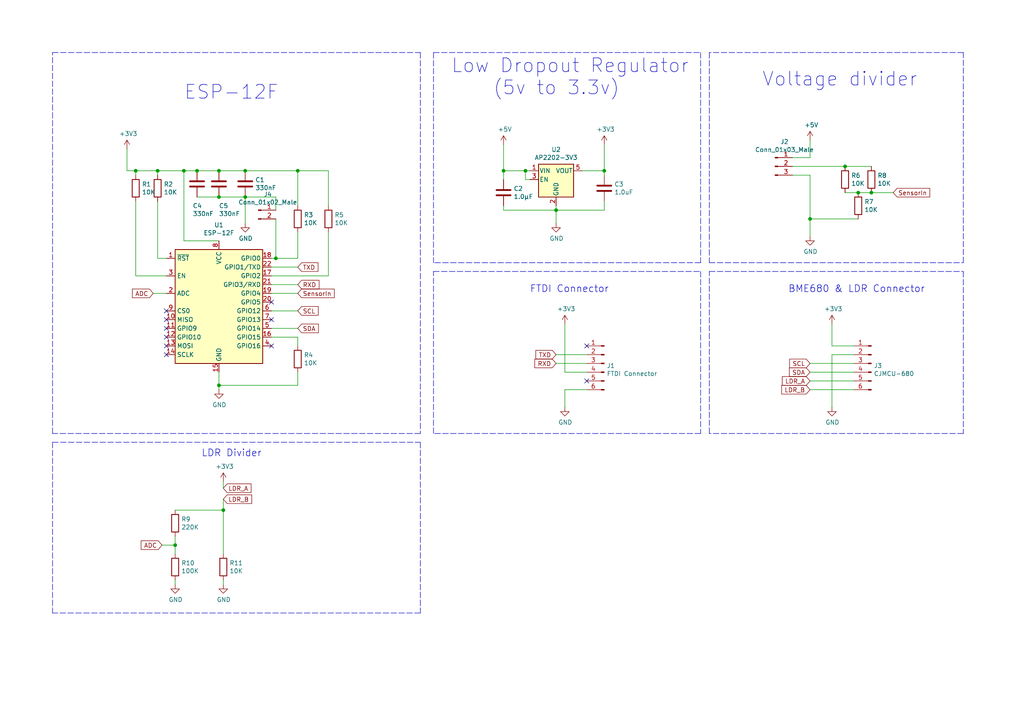
<source format=kicad_sch>
(kicad_sch (version 20211123) (generator eeschema)
  (paper "A4")
  (title_block (title "IKEA Vindriktning Daughterboard") (date "2022-03-05") (rev "v1.0") (comment 1 "Catalin Sanda https://hackaday.io/project/184282-ikea-vindriktning-daughterboard") (comment 2 "and") (comment 3 "Lond https://hackaday.io/project/181195-ikea-vindriktning-pcb") (comment 4 "Design adapted from:"))
  (lib_symbols
    (symbol "Connector:Conn_01x02_Male" (pin_names (offset 1.016) hide)
      (property "Reference" "J" (at 0 2.54 0))
      (property "Value" "Conn_01x02_Male" (at 0 -5.08 0))
      (symbol "Conn_01x02_Male_1_1"
        (polyline (pts (xy 1.27 -2.54) (xy 0.8636 -2.54)) (stroke (width 0.1524)))
        (polyline (pts (xy 1.27 0) (xy 0.8636 0)) (stroke (width 0.1524)))
        (rectangle (start 0.8636 -2.413) (end 0 -2.667) (stroke (width 0.1524)) (fill (type outline)))
        (rectangle (start 0.8636 0.127) (end 0 -0.127) (stroke (width 0.1524)) (fill (type outline)))
        (pin passive line (at 5.08 0 180) (length 3.81) (name "Pin_1") (number "1"))
        (pin passive line (at 5.08 -2.54 180) (length 3.81) (name "Pin_2") (number "2"))
      )
    )
    (symbol "Connector:Conn_01x03_Male" (pin_names (offset 1.016) hide)
      (property "Reference" "J" (at 0 5.08 0))
      (property "Value" "Conn_01x03_Male" (at 0 -5.08 0))
      (symbol "Conn_01x03_Male_1_1"
        (polyline (pts (xy 1.27 -2.54) (xy 0.8636 -2.54)) (stroke (width 0.1524)))
        (polyline (pts (xy 1.27 0) (xy 0.8636 0)) (stroke (width 0.1524)))
        (polyline (pts (xy 1.27 2.54) (xy 0.8636 2.54)) (stroke (width 0.1524)))
        (rectangle (start 0.8636 -2.413) (end 0 -2.667) (stroke (width 0.1524)) (fill (type outline)))
        (rectangle (start 0.8636 0.127) (end 0 -0.127) (stroke (width 0.1524)) (fill (type outline)))
        (rectangle (start 0.8636 2.667) (end 0 2.413) (stroke (width 0.1524)) (fill (type outline)))
        (pin passive line (at 5.08 2.54 180) (length 3.81) (name "Pin_1") (number "1"))
        (pin passive line (at 5.08 0 180) (length 3.81) (name "Pin_2") (number "2"))
        (pin passive line (at 5.08 -2.54 180) (length 3.81) (name "Pin_3") (number "3"))
      )
    )
    (symbol "Connector:Conn_01x06_Male" (pin_names (offset 1.016) hide)
      (property "Reference" "J" (at 0 7.62 0))
      (property "Value" "Conn_01x06_Male" (at 0 -10.16 0))
      (symbol "Conn_01x06_Male_1_1"
        (polyline (pts (xy 1.27 -7.62) (xy 0.8636 -7.62)) (stroke (width 0.1524)))
        (polyline (pts (xy 1.27 -5.08) (xy 0.8636 -5.08)) (stroke (width 0.1524)))
        (polyline (pts (xy 1.27 -2.54) (xy 0.8636 -2.54)) (stroke (width 0.1524)))
        (polyline (pts (xy 1.27 0) (xy 0.8636 0)) (stroke (width 0.1524)))
        (polyline (pts (xy 1.27 2.54) (xy 0.8636 2.54)) (stroke (width 0.1524)))
        (polyline (pts (xy 1.27 5.08) (xy 0.8636 5.08)) (stroke (width 0.1524)))
        (rectangle (start 0.8636 -7.493) (end 0 -7.747) (stroke (width 0.1524)) (fill (type outline)))
        (rectangle (start 0.8636 -4.953) (end 0 -5.207) (stroke (width 0.1524)) (fill (type outline)))
        (rectangle (start 0.8636 -2.413) (end 0 -2.667) (stroke (width 0.1524)) (fill (type outline)))
        (rectangle (start 0.8636 0.127) (end 0 -0.127) (stroke (width 0.1524)) (fill (type outline)))
        (rectangle (start 0.8636 2.667) (end 0 2.413) (stroke (width 0.1524)) (fill (type outline)))
        (rectangle (start 0.8636 5.207) (end 0 4.953) (stroke (width 0.1524)) (fill (type outline)))
        (pin passive line (at 5.08 5.08 180) (length 3.81) (name "Pin_1") (number "1"))
        (pin passive line (at 5.08 2.54 180) (length 3.81) (name "Pin_2") (number "2"))
        (pin passive line (at 5.08 0 180) (length 3.81) (name "Pin_3") (number "3"))
        (pin passive line (at 5.08 -2.54 180) (length 3.81) (name "Pin_4") (number "4"))
        (pin passive line (at 5.08 -5.08 180) (length 3.81) (name "Pin_5") (number "5"))
        (pin passive line (at 5.08 -7.62 180) (length 3.81) (name "Pin_6") (number "6"))
      )
    )
    (symbol "Device:C" (pin_numbers hide) (pin_names (offset 0.254))
      (property "Reference" "C" (at 0.635 2.54 0))
      (property "Value" "C" (at 0.635 -2.54 0))
      (symbol "C_0_1"
        (polyline (pts (xy -2.032 -0.762) (xy 2.032 -0.762)) (stroke (width 0.508)))
        (polyline (pts (xy -2.032 0.762) (xy 2.032 0.762)) (stroke (width 0.508)))
      )
      (symbol "C_1_1"
        (pin passive line (at 0 3.81 270) (length 2.794) (name "~") (number "1"))
        (pin passive line (at 0 -3.81 90) (length 2.794) (name "~") (number "2"))
      )
    )
    (symbol "Device:R" (pin_numbers hide) (pin_names (offset 0))
      (property "Reference" "R" (at 2.032 0 90))
      (property "Value" "R" (at 0 0 90))
      (symbol "R_0_1"
        (rectangle (start -1.016 -2.54) (end 1.016 2.54) (stroke (width 0.254)))
      )
      (symbol "R_1_1"
        (pin passive line (at 0 3.81 270) (length 1.27) (name "~") (number "1"))
        (pin passive line (at 0 -3.81 90) (length 1.27) (name "~") (number "2"))
      )
    )
    (symbol "RF_Module:ESP-12F"
      (property "Reference" "U" (at -12.7 19.05 0))
      (property "Value" "ESP-12F" (at 12.7 19.05 0))
      (symbol "ESP-12F_0_1"
        (rectangle (start -12.7 17.78) (end 12.7 -15.24) (stroke (width 0.254)) (fill (type background)))
      )
      (symbol "ESP-12F_1_1"
        (pin input line (at -15.24 15.24 0) (length 2.54) (name "~{RST}") (number "1"))
        (pin bidirectional line (at -15.24 -2.54 0) (length 2.54) (name "MISO") (number "10"))
        (pin bidirectional line (at -15.24 -5.08 0) (length 2.54) (name "GPIO9") (number "11"))
        (pin bidirectional line (at -15.24 -7.62 0) (length 2.54) (name "GPIO10") (number "12"))
        (pin bidirectional line (at -15.24 -10.16 0) (length 2.54) (name "MOSI") (number "13"))
        (pin bidirectional line (at -15.24 -12.7 0) (length 2.54) (name "SCLK") (number "14"))
        (pin power_in line (at 0 -17.78 90) (length 2.54) (name "GND") (number "15"))
        (pin bidirectional line (at 15.24 -7.62 180) (length 2.54) (name "GPIO15") (number "16"))
        (pin bidirectional line (at 15.24 10.16 180) (length 2.54) (name "GPIO2") (number "17"))
        (pin bidirectional line (at 15.24 15.24 180) (length 2.54) (name "GPIO0") (number "18"))
        (pin bidirectional line (at 15.24 5.08 180) (length 2.54) (name "GPIO4") (number "19"))
        (pin input line (at -15.24 5.08 0) (length 2.54) (name "ADC") (number "2"))
        (pin bidirectional line (at 15.24 2.54 180) (length 2.54) (name "GPIO5") (number "20"))
        (pin bidirectional line (at 15.24 7.62 180) (length 2.54) (name "GPIO3/RXD") (number "21"))
        (pin bidirectional line (at 15.24 12.7 180) (length 2.54) (name "GPIO1/TXD") (number "22"))
        (pin input line (at -15.24 10.16 0) (length 2.54) (name "EN") (number "3"))
        (pin bidirectional line (at 15.24 -10.16 180) (length 2.54) (name "GPIO16") (number "4"))
        (pin bidirectional line (at 15.24 -5.08 180) (length 2.54) (name "GPIO14") (number "5"))
        (pin bidirectional line (at 15.24 0 180) (length 2.54) (name "GPIO12") (number "6"))
        (pin bidirectional line (at 15.24 -2.54 180) (length 2.54) (name "GPIO13") (number "7"))
        (pin power_in line (at 0 20.32 270) (length 2.54) (name "VCC") (number "8"))
        (pin input line (at -15.24 0 0) (length 2.54) (name "CS0") (number "9"))
      )
    )
    (symbol "Regulator_Linear:AP2204K-3.3" (pin_names (offset 0.254))
      (property "Reference" "U" (at -5.08 5.715 0))
      (property "Value" "AP2204K-3.3" (at 0 5.715 0))
      (symbol "AP2204K-3.3_0_1"
        (rectangle (start -5.08 4.445) (end 5.08 -5.08) (stroke (width 0.254)) (fill (type background)))
      )
      (symbol "AP2204K-3.3_1_1"
        (pin power_in line (at -7.62 2.54 0) (length 2.54) (name "VIN") (number "1"))
        (pin power_in line (at 0 -7.62 90) (length 2.54) (name "GND") (number "2"))
        (pin input line (at -7.62 0 0) (length 2.54) (name "EN") (number "3"))
        (pin no_connect line (at 5.08 0 180) (length 2.54) hide (name "NC") (number "4"))
        (pin power_out line (at 7.62 2.54 180) (length 2.54) (name "VOUT") (number "5"))
      )
    )
    (symbol "power:+3.3V" (power) (pin_names (offset 0))
      (property "Value" "+3.3V" (at 0 3.556 0))
      (symbol "+3.3V_0_1"
        (polyline (pts (xy -0.762 1.27) (xy 0 2.54)))
        (polyline (pts (xy 0 0) (xy 0 2.54)))
        (polyline (pts (xy 0 2.54) (xy 0.762 1.27)))
      )
      (symbol "+3.3V_1_1"
        (pin power_in line (at 0 0 90) (length 0) hide (name "+3V3") (number "1"))
      )
    )
    (symbol "power:+3V3" (power) (pin_names (offset 0))
      (property "Value" "+3V3" (at 0 3.556 0))
      (symbol "+3V3_0_1"
        (polyline (pts (xy -0.762 1.27) (xy 0 2.54)))
        (polyline (pts (xy 0 0) (xy 0 2.54)))
        (polyline (pts (xy 0 2.54) (xy 0.762 1.27)))
      )
      (symbol "+3V3_1_1"
        (pin power_in line (at 0 0 90) (length 0) hide (name "+3V3") (number "1"))
      )
    )
    (symbol "power:+5V" (power) (pin_names (offset 0))
      (property "Value" "+5V" (at 0 3.556 0))
      (symbol "+5V_0_1"
        (polyline (pts (xy -0.762 1.27) (xy 0 2.54)))
        (polyline (pts (xy 0 0) (xy 0 2.54)))
        (polyline (pts (xy 0 2.54) (xy 0.762 1.27)))
      )
      (symbol "+5V_1_1"
        (pin power_in line (at 0 0 90) (length 0) hide (name "+5V") (number "1"))
      )
    )
    (symbol "power:GND" (power) (pin_names (offset 0))
      (property "Value" "GND" (at 0 -3.81 0))
      (symbol "GND_0_1"
        (polyline (pts (xy 0 0) (xy 0 -1.27) (xy 1.27 -1.27) (xy 0 -2.54) (xy -1.27 -1.27) (xy 0 -1.27)))
      )
      (symbol "GND_1_1"
        (pin power_in line (at 0 0 270) (length 0) hide (name "GND") (number "1"))
      )
    )
  )
  (junction (at 252.73 55.88))
  (junction (at 175.26 49.53))
  (junction (at 234.95 63.5))
  (junction (at 146.05 49.53))
  (junction (at 45.72 49.53))
  (junction (at 80.01 74.93))
  (junction (at 63.5 111.76))
  (junction (at 63.5 57.15))
  (junction (at 64.77 147.955))
  (junction (at 86.36 49.53))
  (junction (at 152.4 49.53))
  (junction (at 39.37 49.53))
  (junction (at 245.11 48.26))
  (junction (at 63.5 49.53))
  (junction (at 57.15 49.53))
  (junction (at 71.12 49.53))
  (junction (at 71.12 57.15))
  (junction (at 248.92 55.88))
  (junction (at 50.8 158.115))
  (junction (at 53.34 49.53))
  (junction (at 161.29 60.96))
  (no_connect (at 48.26 90.17))
  (no_connect (at 78.74 100.33))
  (no_connect (at 48.26 95.25))
  (no_connect (at 170.18 100.33))
  (no_connect (at 48.26 92.71))
  (no_connect (at 48.26 100.33))
  (no_connect (at 48.26 102.87))
  (no_connect (at 78.74 87.63))
  (no_connect (at 170.18 110.49))
  (no_connect (at 78.74 92.71))
  (no_connect (at 48.26 97.79))
  (no_connect (at -50.8 30.48))
  (wire (pts (xy 63.5 111.76) (xy 63.5 113.03)))
  (wire (pts (xy 245.11 48.26) (xy 252.73 48.26)))
  (wire (pts (xy 163.83 113.03) (xy 163.83 118.11)))
  (polyline (pts (xy 279.4 125.73) (xy 205.74 125.73)))
  (wire (pts (xy 39.37 49.53) (xy 45.72 49.53)))
  (wire (pts (xy 78.74 74.93) (xy 80.01 74.93)))
  (polyline (pts (xy 121.92 128.27) (xy 121.92 177.8)))
  (wire (pts (xy 175.26 58.42) (xy 175.26 60.96)))
  (polyline (pts (xy 121.92 177.8) (xy 15.24 177.8)))
  (polyline (pts (xy 279.4 15.24) (xy 205.74 15.24)))
  (polyline (pts (xy 279.4 78.74) (xy 279.4 125.73)))
  (polyline (pts (xy 15.24 128.27) (xy 121.92 128.27)))
  (wire (pts (xy 39.37 50.8) (xy 39.37 49.53)))
  (wire (pts (xy 71.12 57.15) (xy 71.12 64.77)))
  (wire (pts (xy 152.4 49.53) (xy 153.67 49.53)))
  (wire (pts (xy 229.87 50.8) (xy 234.95 50.8)))
  (wire (pts (xy 45.72 74.93) (xy 48.26 74.93)))
  (polyline (pts (xy 121.92 15.24) (xy 121.92 125.73)))
  (wire (pts (xy 229.87 45.72) (xy 234.95 45.72)))
  (wire (pts (xy 234.95 113.03) (xy 247.65 113.03)))
  (wire (pts (xy 146.05 59.69) (xy 146.05 60.96)))
  (wire (pts (xy 44.45 85.09) (xy 48.26 85.09)))
  (wire (pts (xy 53.34 69.85) (xy 63.5 69.85)))
  (wire (pts (xy 78.74 82.55) (xy 86.36 82.55)))
  (wire (pts (xy 36.83 43.18) (xy 36.83 49.53)))
  (polyline (pts (xy 205.74 125.73) (xy 205.74 78.74)))
  (wire (pts (xy 46.99 158.115) (xy 50.8 158.115)))
  (wire (pts (xy 57.15 49.53) (xy 63.5 49.53)))
  (wire (pts (xy 78.74 90.17) (xy 86.36 90.17)))
  (wire (pts (xy 161.29 60.96) (xy 161.29 64.77)))
  (wire (pts (xy 45.72 58.42) (xy 45.72 74.93)))
  (wire (pts (xy 45.72 50.8) (xy 45.72 49.53)))
  (wire (pts (xy 39.37 80.01) (xy 48.26 80.01)))
  (wire (pts (xy 78.74 95.25) (xy 86.36 95.25)))
  (wire (pts (xy 241.3 118.11) (xy 241.3 102.87)))
  (wire (pts (xy 175.26 60.96) (xy 161.29 60.96)))
  (wire (pts (xy 64.77 147.955) (xy 64.77 160.655)))
  (wire (pts (xy 63.5 57.15) (xy 71.12 57.15)))
  (wire (pts (xy 245.11 48.26) (xy 229.87 48.26)))
  (wire (pts (xy 146.05 60.96) (xy 161.29 60.96)))
  (polyline (pts (xy 279.4 76.2) (xy 279.4 15.24)))
  (wire (pts (xy 64.77 168.275) (xy 64.77 169.545)))
  (wire (pts (xy 80.01 57.15) (xy 71.12 57.15)))
  (wire (pts (xy 248.92 55.88) (xy 252.73 55.88)))
  (wire (pts (xy 234.95 110.49) (xy 247.65 110.49)))
  (wire (pts (xy 80.01 63.5) (xy 80.01 74.93)))
  (wire (pts (xy 241.3 100.33) (xy 247.65 100.33)))
  (wire (pts (xy 245.11 55.88) (xy 248.92 55.88)))
  (wire (pts (xy 86.36 49.53) (xy 71.12 49.53)))
  (wire (pts (xy 57.15 57.15) (xy 63.5 57.15)))
  (polyline (pts (xy 15.24 15.24) (xy 121.92 15.24)))
  (wire (pts (xy 234.95 45.72) (xy 234.95 40.64)))
  (polyline (pts (xy 125.73 15.24) (xy 125.73 76.2)))
  (wire (pts (xy 241.3 93.98) (xy 241.3 100.33)))
  (wire (pts (xy 146.05 52.07) (xy 146.05 49.53)))
  (wire (pts (xy 50.8 168.275) (xy 50.8 169.545)))
  (wire (pts (xy 86.36 97.79) (xy 86.36 100.33)))
  (wire (pts (xy 78.74 85.09) (xy 86.36 85.09)))
  (wire (pts (xy 86.36 111.76) (xy 63.5 111.76)))
  (polyline (pts (xy 125.73 125.73) (xy 125.73 78.74)))
  (polyline (pts (xy 15.24 128.27) (xy 15.24 177.8)))
  (wire (pts (xy 78.74 80.01) (xy 95.25 80.01)))
  (wire (pts (xy 248.92 63.5) (xy 234.95 63.5)))
  (wire (pts (xy 175.26 50.8) (xy 175.26 49.53)))
  (wire (pts (xy 36.83 49.53) (xy 39.37 49.53)))
  (wire (pts (xy 39.37 58.42) (xy 39.37 80.01)))
  (wire (pts (xy 95.25 49.53) (xy 86.36 49.53)))
  (wire (pts (xy 78.74 77.47) (xy 86.36 77.47)))
  (wire (pts (xy 234.95 107.95) (xy 247.65 107.95)))
  (wire (pts (xy 50.8 147.955) (xy 64.77 147.955)))
  (wire (pts (xy 163.83 113.03) (xy 170.18 113.03)))
  (polyline (pts (xy 203.2 15.24) (xy 203.2 76.2)))
  (wire (pts (xy 64.77 139.7) (xy 64.77 141.605)))
  (wire (pts (xy 80.01 57.15) (xy 80.01 60.96)))
  (polyline (pts (xy 125.73 78.74) (xy 203.2 78.74)))
  (wire (pts (xy 63.5 107.95) (xy 63.5 111.76)))
  (wire (pts (xy 161.29 59.69) (xy 161.29 60.96)))
  (wire (pts (xy 50.8 158.115) (xy 50.8 160.655)))
  (wire (pts (xy 95.25 59.69) (xy 95.25 49.53)))
  (wire (pts (xy 252.73 55.88) (xy 259.08 55.88)))
  (polyline (pts (xy 121.92 125.73) (xy 15.24 125.73)))
  (wire (pts (xy 234.95 105.41) (xy 247.65 105.41)))
  (polyline (pts (xy 205.74 76.2) (xy 279.4 76.2)))
  (wire (pts (xy 152.4 49.53) (xy 152.4 52.07)))
  (polyline (pts (xy 15.24 125.73) (xy 15.24 15.24)))
  (wire (pts (xy 152.4 52.07) (xy 153.67 52.07)))
  (wire (pts (xy 163.83 107.95) (xy 170.18 107.95)))
  (wire (pts (xy 63.5 49.53) (xy 71.12 49.53)))
  (polyline (pts (xy 203.2 76.2) (xy 125.73 76.2)))
  (wire (pts (xy 163.83 107.95) (xy 163.83 93.98)))
  (wire (pts (xy 241.3 102.87) (xy 247.65 102.87)))
  (wire (pts (xy 161.29 102.87) (xy 170.18 102.87)))
  (wire (pts (xy 53.34 49.53) (xy 57.15 49.53)))
  (wire (pts (xy 86.36 59.69) (xy 86.36 49.53)))
  (wire (pts (xy 234.95 50.8) (xy 234.95 63.5)))
  (wire (pts (xy 175.26 41.91) (xy 175.26 49.53)))
  (wire (pts (xy 234.95 63.5) (xy 234.95 68.58)))
  (wire (pts (xy 78.74 97.79) (xy 86.36 97.79)))
  (wire (pts (xy 53.34 69.85) (xy 53.34 49.53)))
  (wire (pts (xy 175.26 49.53) (xy 168.91 49.53)))
  (wire (pts (xy 45.72 49.53) (xy 53.34 49.53)))
  (wire (pts (xy 146.05 49.53) (xy 152.4 49.53)))
  (polyline (pts (xy 125.73 15.24) (xy 203.2 15.24)))
  (wire (pts (xy 86.36 107.95) (xy 86.36 111.76)))
  (wire (pts (xy 95.25 80.01) (xy 95.25 67.31)))
  (wire (pts (xy 146.05 41.91) (xy 146.05 49.53)))
  (polyline (pts (xy 203.2 78.74) (xy 203.2 125.73)))
  (polyline (pts (xy 203.2 125.73) (xy 125.73 125.73)))
  (polyline (pts (xy 205.74 78.74) (xy 279.4 78.74)))
  (wire (pts (xy 80.01 74.93) (xy 86.36 74.93)))
  (wire (pts (xy 161.29 105.41) (xy 170.18 105.41)))
  (wire (pts (xy 50.8 155.575) (xy 50.8 158.115)))
  (wire (pts (xy 64.77 144.78) (xy 64.77 147.955)))
  (polyline (pts (xy 205.74 15.24) (xy 205.74 76.2)))
  (wire (pts (xy 86.36 74.93) (xy 86.36 67.31)))
  (text "ESP-12F" (at 53.34 29.21 0) (effects (font (size 3.9878 3.9878)) (justify left bottom)))
  (text "Voltage divider" (at 220.98 25.4 0) (effects (font (size 3.9878 3.9878)) (justify left bottom)))
  (text "FTDI Connector" (at 153.67 85.09 0) (effects (font (size 2 2)) (justify left bottom)))
  (text "LDR Divider" (at 58.42 132.715 0) (effects (font (size 2 2)) (justify left bottom)))
  (text "Low Dropout Regulator \n    (5v to 3.3v)" (at 130.81 27.94 0) (effects (font (size 3.9878 3.9878)) (justify left bottom)))
  (text "BME680 & LDR Connector" (at 228.6 85.09 0) (effects (font (size 2 2)) (justify left bottom)))
  (global_label "RXD" (shape input) (at 86.36 82.55 0) (property "Intersheet References" "${INTERSHEET_REFS}" (effects hide)))
  (global_label "SCL" (shape input) (at 234.95 105.41 180) (property "Intersheet References" "${INTERSHEET_REFS}" (effects hide)))
  (global_label "SDA" (shape input) (at 86.36 95.25 0) (property "Intersheet References" "${INTERSHEET_REFS}" (effects hide)))
  (global_label "SCL" (shape input) (at 86.36 90.17 0) (property "Intersheet References" "${INTERSHEET_REFS}" (effects hide)))
  (global_label "LDR_B" (shape input) (at 64.77 144.78 0) (property "Intersheet References" "${INTERSHEET_REFS}" (effects hide)))
  (global_label "LDR_A" (shape input) (at 64.77 141.605 0) (property "Intersheet References" "${INTERSHEET_REFS}" (effects hide)))
  (global_label "SensorIn" (shape input) (at 259.08 55.88 0) (property "Intersheet References" "${INTERSHEET_REFS}" (effects hide)))
  (global_label "LDR_A" (shape input) (at 234.95 110.49 180) (property "Intersheet References" "${INTERSHEET_REFS}" (effects hide)))
  (global_label "ADC" (shape input) (at 44.45 85.09 180) (property "Intersheet References" "${INTERSHEET_REFS}" (effects hide)))
  (global_label "TXD" (shape input) (at 86.36 77.47 0) (property "Intersheet References" "${INTERSHEET_REFS}" (effects hide)))
  (global_label "RXD" (shape input) (at 161.29 105.41 180) (property "Intersheet References" "${INTERSHEET_REFS}" (effects hide)))
  (global_label "ADC" (shape input) (at 46.99 158.115 180) (property "Intersheet References" "${INTERSHEET_REFS}" (effects hide)))
  (global_label "LDR_B" (shape input) (at 234.95 113.03 180) (property "Intersheet References" "${INTERSHEET_REFS}" (effects hide)))
  (global_label "SDA" (shape input) (at 234.95 107.95 180) (property "Intersheet References" "${INTERSHEET_REFS}" (effects hide)))
  (global_label "SensorIn" (shape input) (at 86.36 85.09 0) (property "Intersheet References" "${INTERSHEET_REFS}" (effects hide)))
  (global_label "TXD" (shape input) (at 161.29 102.87 180) (property "Intersheet References" "${INTERSHEET_REFS}" (effects hide)))
  (symbol (lib_id "RF_Module:ESP-12F") (at 63.5 90.17 0) (unit 1)
    (property "Reference" "U1" (at 63.5 65.2526 0))
    (property "Value" "ESP-12F" (at 63.5 67.564 0))
    (property "Footprint" "RF_Module:ESP-12E" (effects hide))
    (property "Datasheet" "http://wiki.ai-thinker.com/_media/esp8266/esp8266_series_modules_user_manual_v1.1.pdf" (effects hide))
    (property "LCSE Part #" "C82891" (effects hide))
  )
  (symbol (lib_id "power:GND") (at 63.5 113.03 0) (unit 1)
    (property "Reference" "#PWR0101" (effects hide))
    (property "Value" "GND" (at 63.627 117.4242 0))
  )
  (symbol (lib_id "power:+3.3V") (at 36.83 43.18 0) (unit 1)
    (property "Reference" "#PWR0102" (effects hide))
    (property "Value" "+3.3V" (at 37.211 38.7858 0))
  )
  (symbol (lib_id "Device:R") (at 45.72 54.61 0) (unit 1)
    (property "Reference" "R2" (at 47.498 53.4416 0) (effects (justify left)))
    (property "Value" "10K" (at 47.498 55.753 0) (effects (justify left)))
    (property "Footprint" "Resistor_SMD:R_0805_2012Metric" (effects hide))
    (property "LCSE Part #" "C17414" (effects hide))
  )
  (symbol (lib_id "Device:R") (at 39.37 54.61 0) (unit 1)
    (property "Reference" "R1" (at 41.148 53.4416 0) (effects (justify left)))
    (property "Value" "10K" (at 41.148 55.753 0) (effects (justify left)))
    (property "Footprint" "Resistor_SMD:R_0805_2012Metric" (effects hide))
    (property "LCSE Part #" "C17414" (effects hide))
  )
  (symbol (lib_id "Device:C") (at 71.12 53.34 0) (unit 1)
    (property "Reference" "C1" (at 74.041 52.1716 0) (effects (justify left)))
    (property "Value" "330nF" (at 74.041 54.483 0) (effects (justify left)))
    (property "Footprint" "Capacitor_SMD:C_0805_2012Metric_Pad1.18x1.45mm_HandSolder" (effects hide))
    (property "LCSE Part #" "C1775" (effects hide))
  )
  (symbol (lib_id "power:GND") (at 71.12 64.77 0) (unit 1)
    (property "Reference" "#PWR0103" (effects hide))
    (property "Value" "GND" (at 71.247 69.1642 0))
  )
  (symbol (lib_id "Device:R") (at 86.36 104.14 0) (unit 1)
    (property "Reference" "R4" (at 88.138 102.9716 0) (effects (justify left)))
    (property "Value" "10K" (at 88.138 105.283 0) (effects (justify left)))
    (property "Footprint" "Resistor_SMD:R_0805_2012Metric" (effects hide))
    (property "LCSE Part #" "C17414" (effects hide))
  )
  (symbol (lib_id "Device:R") (at 86.36 63.5 0) (unit 1)
    (property "Reference" "R3" (at 88.138 62.3316 0) (effects (justify left)))
    (property "Value" "10K" (at 88.138 64.643 0) (effects (justify left)))
    (property "Footprint" "Resistor_SMD:R_0805_2012Metric" (effects hide))
    (property "LCSE Part #" "C17414" (effects hide))
  )
  (symbol (lib_id "Device:R") (at 95.25 63.5 0) (unit 1)
    (property "Reference" "R5" (at 97.028 62.3316 0) (effects (justify left)))
    (property "Value" "10K" (at 97.028 64.643 0) (effects (justify left)))
    (property "Footprint" "Resistor_SMD:R_0805_2012Metric" (effects hide))
    (property "LCSE Part #" "C17414" (effects hide))
  )
  (symbol (lib_id "Connector:Conn_01x03_Male") (at 224.79 48.26 0) (unit 1)
    (property "Reference" "J2" (at 227.5332 41.1226 0))
    (property "Value" "Conn_01x03_Male" (at 227.5332 43.434 0))
    (property "Footprint" "Connector_Molex:Molex_PicoBlade_53398-0371_1x03-1MP_P1.25mm_Vertical" (effects hide))
    (property "LCSE Part #" "C293633" (effects hide))
  )
  (symbol (lib_id "Connector:Conn_01x06_Male") (at 252.73 105.41 0) (mirror y) (unit 1)
    (property "Reference" "J3" (at 253.4412 106.0704 0) (effects (justify right)))
    (property "Value" "CJMCU-680" (at 253.4412 108.3818 0) (effects (justify right)))
    (property "Footprint" "Connector_Molex:Molex_PicoBlade_53398-0671_1x06-1MP_P1.25mm_Vertical" (effects hide))
    (property "LCSE Part #" "C277393" (effects hide))
  )
  (symbol (lib_id "power:GND") (at 163.83 118.11 0) (unit 1)
    (property "Reference" "#PWR0104" (effects hide))
    (property "Value" "GND" (at 163.957 122.5042 0))
  )
  (symbol (lib_id "Connector:Conn_01x06_Male") (at 175.26 105.41 0) (mirror y) (unit 1)
    (property "Reference" "J1" (at 175.9712 106.0704 0) (effects (justify right)))
    (property "Value" "FTDI Connector" (at 175.9712 108.3818 0) (effects (justify right)))
    (property "Footprint" "Connector_PinHeader_2.54mm:PinHeader_1x06_P2.54mm_Vertical" (effects hide))
  )
  (symbol (lib_id "power:GND") (at 234.95 68.58 0) (unit 1)
    (property "Reference" "#PWR0105" (effects hide))
    (property "Value" "GND" (at 235.077 72.9742 0))
  )
  (symbol (lib_id "power:+5V") (at 234.95 40.64 0) (unit 1)
    (property "Reference" "#PWR0106" (effects hide))
    (property "Value" "+5V" (at 235.331 36.2458 0))
  )
  (symbol (lib_id "Device:R") (at 245.11 52.07 0) (unit 1)
    (property "Reference" "R6" (at 246.888 50.9016 0) (effects (justify left)))
    (property "Value" "10K" (at 246.888 53.213 0) (effects (justify left)))
    (property "Footprint" "Resistor_SMD:R_0805_2012Metric" (effects hide))
    (property "LCSE Part #" "C17414" (effects hide))
  )
  (symbol (lib_id "Regulator_Linear:AP2204K-3.3") (at 161.29 52.07 0) (unit 1)
    (property "Reference" "U2" (at 161.29 43.3832 0))
    (property "Value" "AP2202-3V3" (at 161.29 45.6946 0))
    (property "Footprint" "Package_TO_SOT_SMD:SOT-23-5" (effects hide))
    (property "Datasheet" "https://eu.mouser.com/datasheet/2/115/AP2202-475623.pdf" (effects hide))
    (property "LCSE Part #" "C150442" (effects hide))
  )
  (symbol (lib_id "Device:R") (at 252.73 52.07 0) (unit 1)
    (property "Reference" "R8" (at 254.508 50.9016 0) (effects (justify left)))
    (property "Value" "10K" (at 254.508 53.213 0) (effects (justify left)))
    (property "Footprint" "Resistor_SMD:R_0805_2012Metric" (effects hide))
    (property "LCSE Part #" "C17414" (effects hide))
  )
  (symbol (lib_id "Device:R") (at 248.92 59.69 0) (unit 1)
    (property "Reference" "R7" (at 250.698 58.5216 0) (effects (justify left)))
    (property "Value" "10K" (at 250.698 60.833 0) (effects (justify left)))
    (property "Footprint" "Resistor_SMD:R_0805_2012Metric" (effects hide))
    (property "LCSE Part #" "C17414" (effects hide))
  )
  (symbol (lib_id "power:GND") (at 161.29 64.77 0) (unit 1)
    (property "Reference" "#PWR0107" (effects hide))
    (property "Value" "GND" (at 161.417 69.1642 0))
  )
  (symbol (lib_id "power:+5V") (at 146.05 41.91 0) (unit 1)
    (property "Reference" "#PWR0108" (effects hide))
    (property "Value" "+5V" (at 146.431 37.5158 0))
  )
  (symbol (lib_id "Device:C") (at 146.05 55.88 0) (unit 1)
    (property "Reference" "C2" (at 148.971 54.7116 0) (effects (justify left)))
    (property "Value" "1.0µF" (at 148.971 57.023 0) (effects (justify left)))
    (property "Footprint" "Capacitor_SMD:C_1206_3216Metric_Pad1.33x1.80mm_HandSolder" (effects hide))
    (property "LCSE Part #" "C1848" (effects hide))
  )
  (symbol (lib_id "power:+3.3V") (at 175.26 41.91 0) (unit 1)
    (property "Reference" "#PWR0109" (effects hide))
    (property "Value" "+3.3V" (at 175.641 37.5158 0))
  )
  (symbol (lib_id "Device:C") (at 175.26 54.61 0) (unit 1)
    (property "Reference" "C3" (at 178.181 53.4416 0) (effects (justify left)))
    (property "Value" "1.0uF" (at 178.181 55.753 0) (effects (justify left)))
    (property "Footprint" "Capacitor_SMD:C_1206_3216Metric_Pad1.33x1.80mm_HandSolder" (effects hide))
    (property "LCSE Part #" "C1848" (effects hide))
  )
  (symbol (lib_id "Connector:Conn_01x02_Male") (at 74.93 60.96 0) (unit 1)
    (property "Reference" "J4" (at 77.6732 56.3626 0))
    (property "Value" "Conn_01x02_Male" (at 77.6732 58.674 0))
    (property "Footprint" "Connector_PinHeader_2.54mm:PinHeader_1x02_P2.54mm_Vertical" (effects hide))
  )
  (symbol (lib_id "power:GND") (at 241.3 118.11 0) (unit 1)
    (property "Reference" "#PWR0111" (effects hide))
    (property "Value" "GND" (at 241.427 122.5042 0))
  )
  (symbol (lib_id "power:+3V3") (at 241.3 93.98 0) (unit 1)
    (property "Reference" "#PWR0110" (effects hide))
    (property "Value" "+3V3" (at 241.681 89.5858 0))
  )
  (symbol (lib_id "power:+3.3V") (at 163.83 93.98 0) (unit 1)
    (property "Reference" "#PWR0112" (effects hide))
    (property "Value" "+3.3V" (at 164.211 89.5858 0))
  )
  (symbol (lib_id "Device:C") (at 63.5 53.34 0) (unit 1)
    (property "Reference" "C5" (at 63.5 59.69 0) (effects (justify left)))
    (property "Value" "330nF" (at 63.5 62.0014 0) (effects (justify left)))
    (property "Footprint" "Capacitor_SMD:C_0805_2012Metric_Pad1.18x1.45mm_HandSolder" (effects hide))
    (property "LCSE Part #" "C1775" (effects hide))
  )
  (symbol (lib_id "power:+3V3") (at 64.77 139.7 0) (unit 1)
    (property "Reference" "#PWR0114" (effects hide))
    (property "Value" "+3V3" (at 65.151 135.3058 0))
  )
  (symbol (lib_id "Device:R") (at 50.8 164.465 0) (unit 1)
    (property "Reference" "R10" (at 52.578 163.2966 0) (effects (justify left)))
    (property "Value" "100K" (at 52.578 165.608 0) (effects (justify left)))
    (property "Footprint" "Resistor_SMD:R_0805_2012Metric" (effects hide))
    (property "LCSE Part #" "C149504" (effects hide))
  )
  (symbol (lib_id "power:GND") (at 64.77 169.545 0) (unit 1)
    (property "Reference" "#PWR0115" (effects hide))
    (property "Value" "GND" (at 64.897 173.9392 0))
  )
  (symbol (lib_id "Device:R") (at 64.77 164.465 0) (unit 1)
    (property "Reference" "R11" (at 66.548 163.2966 0) (effects (justify left)))
    (property "Value" "10K" (at 66.548 165.608 0) (effects (justify left)))
    (property "Footprint" "Resistor_SMD:R_0805_2012Metric" (effects hide))
    (property "LCSE Part #" "C17414" (effects hide))
  )
  (symbol (lib_id "Device:C") (at 57.15 53.34 0) (unit 1)
    (property "Reference" "C4" (at 55.88 59.69 0) (effects (justify left)))
    (property "Value" "330nF" (at 55.88 62.0014 0) (effects (justify left)))
    (property "Footprint" "Capacitor_SMD:C_0805_2012Metric_Pad1.18x1.45mm_HandSolder" (effects hide))
    (property "LCSE Part #" "C1775" (effects hide))
  )
  (symbol (lib_id "Device:R") (at 50.8 151.765 0) (unit 1)
    (property "Reference" "R9" (at 52.578 150.5966 0) (effects (justify left)))
    (property "Value" "220K" (at 52.578 152.908 0) (effects (justify left)))
    (property "Footprint" "Resistor_SMD:R_0805_2012Metric" (effects hide))
    (property "LCSE Part #" "C17521" (effects hide))
  )
  (symbol (lib_id "power:GND") (at 50.8 169.545 0) (unit 1)
    (property "Reference" "#PWR0113" (effects hide))
    (property "Value" "GND" (at 50.927 173.9392 0))
  )
)
</source>
